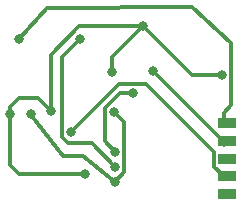
<source format=gbr>
%TF.GenerationSoftware,KiCad,Pcbnew,(5.1.6-0-10_14)*%
%TF.CreationDate,2021-01-13T21:17:16+08:00*%
%TF.ProjectId,Zeeuss,5a656575-7373-42e6-9b69-6361645f7063,rev?*%
%TF.SameCoordinates,Original*%
%TF.FileFunction,Copper,L2,Bot*%
%TF.FilePolarity,Positive*%
%FSLAX46Y46*%
G04 Gerber Fmt 4.6, Leading zero omitted, Abs format (unit mm)*
G04 Created by KiCad (PCBNEW (5.1.6-0-10_14)) date 2021-01-13 21:17:16*
%MOMM*%
%LPD*%
G01*
G04 APERTURE LIST*
%TA.AperFunction,SMDPad,CuDef*%
%ADD10R,1.500000X0.850000*%
%TD*%
%TA.AperFunction,ViaPad*%
%ADD11C,0.800000*%
%TD*%
%TA.AperFunction,Conductor*%
%ADD12C,0.350000*%
%TD*%
%TA.AperFunction,Conductor*%
%ADD13C,0.300000*%
%TD*%
G04 APERTURE END LIST*
D10*
%TO.P,J2,5*%
%TO.N,+BATT*%
X119250000Y-111000000D03*
%TO.P,J2,3*%
%TO.N,+3V3*%
X119250000Y-114000000D03*
%TO.P,J2,1*%
%TO.N,Earth*%
X119250000Y-117000000D03*
%TO.P,J2,4*%
%TO.N,+5V*%
X119250000Y-112500000D03*
%TO.P,J2,2*%
%TO.N,VBUS*%
X119250000Y-115500000D03*
%TD*%
D11*
%TO.N,Earth*%
X118800000Y-106950000D03*
X100900000Y-110200000D03*
X104300000Y-110000000D03*
X107250000Y-115300000D03*
X112100000Y-102800000D03*
X118950000Y-117000000D03*
X109500000Y-106625000D03*
%TO.N,+3V3*%
X118950000Y-114000000D03*
%TO.N,+5V*%
X118950000Y-112550000D03*
X109750000Y-113400000D03*
X111250000Y-108412500D03*
X112975000Y-106600000D03*
%TO.N,VBUS*%
X118950000Y-115500000D03*
X106000000Y-111750000D03*
%TO.N,Net-(C15-Pad1)*%
X109725000Y-115935000D03*
X102600000Y-110225000D03*
X109625000Y-110050000D03*
%TO.N,+BATT*%
X118950000Y-111000000D03*
X101650000Y-103850000D03*
%TO.N,Net-(L2-Pad1)*%
X106800000Y-103850000D03*
X109725000Y-114665000D03*
%TD*%
D12*
%TO.N,Earth*%
X100900000Y-110200000D02*
X100900000Y-109600000D01*
X100900000Y-109600000D02*
X101600000Y-108900000D01*
X103200000Y-108900000D02*
X104300000Y-110000000D01*
X101600000Y-108900000D02*
X103200000Y-108900000D01*
X106702998Y-102800000D02*
X112100000Y-102800000D01*
X104300000Y-105202998D02*
X106702998Y-102800000D01*
X104300000Y-110000000D02*
X104300000Y-105202998D01*
X118775000Y-116825000D02*
X118650000Y-116950000D01*
D13*
X107250000Y-115300000D02*
X101650000Y-115300000D01*
X100900000Y-114550000D02*
X100900000Y-110200000D01*
X101650000Y-115300000D02*
X100900000Y-114550000D01*
X109500000Y-105400000D02*
X112100000Y-102800000D01*
X109500000Y-106625000D02*
X109500000Y-105400000D01*
X116250000Y-106950000D02*
X112100000Y-102800000D01*
X118800000Y-106950000D02*
X116250000Y-106950000D01*
%TO.N,+5V*%
X110152498Y-108412500D02*
X111250000Y-108412500D01*
X108874999Y-112524999D02*
X108874999Y-109689999D01*
X108874999Y-109689999D02*
X110152498Y-108412500D01*
X109750000Y-113400000D02*
X108874999Y-112524999D01*
X113000000Y-106600000D02*
X112975000Y-106600000D01*
X118950000Y-112550000D02*
X113000000Y-106600000D01*
%TO.N,VBUS*%
X118149999Y-114699999D02*
X118950000Y-115500000D01*
X112412499Y-107662499D02*
X118149999Y-113399999D01*
X118149999Y-113399999D02*
X118149999Y-114699999D01*
X110087501Y-107662499D02*
X112412499Y-107662499D01*
X106000000Y-111750000D02*
X110087501Y-107662499D01*
D12*
%TO.N,Net-(C15-Pad1)*%
X102600000Y-110274833D02*
X102600000Y-110225000D01*
X105350000Y-113750000D02*
X102600000Y-110274833D01*
X107040010Y-113750000D02*
X105350000Y-113750000D01*
X109725000Y-115935000D02*
X107040010Y-113750000D01*
D13*
X110500001Y-110925001D02*
X109625000Y-110050000D01*
X110500001Y-115159999D02*
X110500001Y-110925001D01*
X109725000Y-115935000D02*
X110500001Y-115159999D01*
D12*
%TO.N,+BATT*%
X119600000Y-104200000D02*
X119600000Y-109450000D01*
X116250000Y-101150000D02*
X119600000Y-104200000D01*
X104000000Y-101250000D02*
X116250000Y-101150000D01*
X101650000Y-103850000D02*
X104000000Y-101250000D01*
D13*
X118950000Y-110700000D02*
X118950000Y-111000000D01*
X118950000Y-110100000D02*
X118950000Y-111000000D01*
X119600000Y-109450000D02*
X118950000Y-110100000D01*
D12*
%TO.N,Net-(L2-Pad1)*%
X105224999Y-112122001D02*
X105802998Y-112700000D01*
X105224999Y-105425001D02*
X105224999Y-112122001D01*
X106800000Y-103850000D02*
X105224999Y-105425001D01*
X107760000Y-112700000D02*
X109725000Y-114665000D01*
X105802998Y-112700000D02*
X107760000Y-112700000D01*
%TD*%
M02*

</source>
